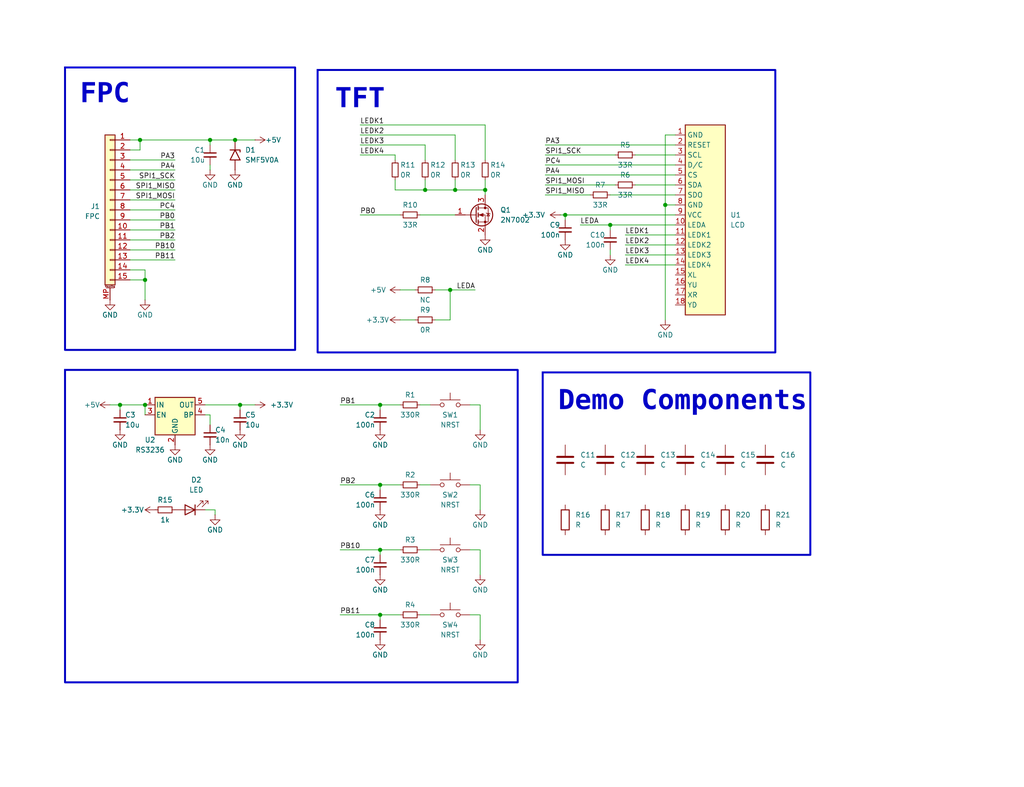
<source format=kicad_sch>
(kicad_sch (version 20231120) (generator "eeschema") (generator_version "8.0")
  (paper "User" 260 200)
  (lib_symbols
    (symbol "AEX7 Others:Display_LCD_TFT_18P_ST7789"
      (property "Reference" "U" (at -0.254 4.064 0))
      (property "Value" "LCD" (at 5.334 4.318 0))
      (symbol "Display_LCD_TFT_18P_ST7789_0_0"
        (pin unspecified line (at 0 0 0) (length 2.54) (name "GND") (number "1"))
        (pin unspecified line (at 0 -22.86 0) (length 2.54) (name "LEDA") (number "10"))
        (pin unspecified line (at 0 -25.4 0) (length 2.54) (name "LEDK1") (number "11"))
        (pin unspecified line (at 0 -27.94 0) (length 2.54) (name "LEDK2") (number "12"))
        (pin unspecified line (at 0 -30.48 0) (length 2.54) (name "LEDK3") (number "13"))
        (pin unspecified line (at 0 -33.02 0) (length 2.54) (name "LEDK4") (number "14"))
        (pin unspecified line (at 0 -35.56 0) (length 2.54) (name "XL") (number "15"))
        (pin unspecified line (at 0 -38.1 0) (length 2.54) (name "YU") (number "16"))
        (pin unspecified line (at 0 -40.64 0) (length 2.54) (name "XR") (number "17"))
        (pin unspecified line (at 0 -43.18 0) (length 2.54) (name "YD") (number "18"))
        (pin unspecified line (at 0 -2.54 0) (length 2.54) (name "RESET") (number "2"))
        (pin unspecified line (at 0 -5.08 0) (length 2.54) (name "SCL") (number "3"))
        (pin unspecified line (at 0 -7.62 0) (length 2.54) (name "D/C") (number "4"))
        (pin unspecified line (at 0 -10.16 0) (length 2.54) (name "CS") (number "5"))
        (pin unspecified line (at 0 -12.7 0) (length 2.54) (name "SDA") (number "6"))
        (pin unspecified line (at 0 -15.24 0) (length 2.54) (name "SDO") (number "7"))
        (pin unspecified line (at 0 -17.78 0) (length 2.54) (name "GND") (number "8"))
        (pin unspecified line (at 0 -20.32 0) (length 2.54) (name "VCC") (number "9"))
      )
      (symbol "Display_LCD_TFT_18P_ST7789_1_1"
        (rectangle (start 2.54 2.54) (end 12.7 -45.72) (stroke (width 0.25)) (fill (type background)))
      )
    )
    (symbol "Connector_Generic_MountingPin:Conn_01x15_MountingPin" (pin_names (offset 1.016) hide)
      (property "Reference" "J" (at 0 20.32 0))
      (property "Value" "Conn_01x15_MountingPin" (at 1.27 -20.32 0))
      (symbol "Conn_01x15_MountingPin_1_1"
        (rectangle (start -1.27 -17.653) (end 0 -17.907) (stroke (width 0.1524)))
        (rectangle (start -1.27 -15.113) (end 0 -15.367) (stroke (width 0.1524)))
        (rectangle (start -1.27 -12.573) (end 0 -12.827) (stroke (width 0.1524)))
        (rectangle (start -1.27 -10.033) (end 0 -10.287) (stroke (width 0.1524)))
        (rectangle (start -1.27 -7.493) (end 0 -7.747) (stroke (width 0.1524)))
        (rectangle (start -1.27 -4.953) (end 0 -5.207) (stroke (width 0.1524)))
        (rectangle (start -1.27 -2.413) (end 0 -2.667) (stroke (width 0.1524)))
        (rectangle (start -1.27 0.127) (end 0 -0.127) (stroke (width 0.1524)))
        (rectangle (start -1.27 2.667) (end 0 2.413) (stroke (width 0.1524)))
        (rectangle (start -1.27 5.207) (end 0 4.953) (stroke (width 0.1524)))
        (rectangle (start -1.27 7.747) (end 0 7.493) (stroke (width 0.1524)))
        (rectangle (start -1.27 10.287) (end 0 10.033) (stroke (width 0.1524)))
        (rectangle (start -1.27 12.827) (end 0 12.573) (stroke (width 0.1524)))
        (rectangle (start -1.27 15.367) (end 0 15.113) (stroke (width 0.1524)))
        (rectangle (start -1.27 17.907) (end 0 17.653) (stroke (width 0.1524)))
        (rectangle (start -1.27 19.05) (end 1.27 -19.05) (stroke (width 0.254)) (fill (type background)))
        (polyline (pts (xy -1.016 -19.812) (xy 1.016 -19.812)) (stroke (width 0.1524)))
        (text "Mounting" (at 0 -19.431 0) (effects (font (size 0.381 0.381))))
        (pin passive line (at -5.08 17.78 0) (length 3.81) (name "Pin_1") (number "1"))
        (pin passive line (at -5.08 -5.08 0) (length 3.81) (name "Pin_10") (number "10"))
        (pin passive line (at -5.08 -7.62 0) (length 3.81) (name "Pin_11") (number "11"))
        (pin passive line (at -5.08 -10.16 0) (length 3.81) (name "Pin_12") (number "12"))
        (pin passive line (at -5.08 -12.7 0) (length 3.81) (name "Pin_13") (number "13"))
        (pin passive line (at -5.08 -15.24 0) (length 3.81) (name "Pin_14") (number "14"))
        (pin passive line (at -5.08 -17.78 0) (length 3.81) (name "Pin_15") (number "15"))
        (pin passive line (at -5.08 15.24 0) (length 3.81) (name "Pin_2") (number "2"))
        (pin passive line (at -5.08 12.7 0) (length 3.81) (name "Pin_3") (number "3"))
        (pin passive line (at -5.08 10.16 0) (length 3.81) (name "Pin_4") (number "4"))
        (pin passive line (at -5.08 7.62 0) (length 3.81) (name "Pin_5") (number "5"))
        (pin passive line (at -5.08 5.08 0) (length 3.81) (name "Pin_6") (number "6"))
        (pin passive line (at -5.08 2.54 0) (length 3.81) (name "Pin_7") (number "7"))
        (pin passive line (at -5.08 0 0) (length 3.81) (name "Pin_8") (number "8"))
        (pin passive line (at -5.08 -2.54 0) (length 3.81) (name "Pin_9") (number "9"))
        (pin passive line (at 0 -22.86 90) (length 3.048) (name "MountPin") (number "MP"))
      )
    )
    (symbol "Device:C" (pin_numbers hide) (pin_names (offset 0.254))
      (property "Reference" "C" (at 0.635 2.54 0))
      (property "Value" "C" (at 0.635 -2.54 0))
      (symbol "C_0_1"
        (polyline (pts (xy -2.032 -0.762) (xy 2.032 -0.762)) (stroke (width 0.508)))
        (polyline (pts (xy -2.032 0.762) (xy 2.032 0.762)) (stroke (width 0.508)))
      )
      (symbol "C_1_1"
        (pin passive line (at 0 3.81 270) (length 2.794) (name "~") (number "1"))
        (pin passive line (at 0 -3.81 90) (length 2.794) (name "~") (number "2"))
      )
    )
    (symbol "Device:C_Small" (pin_numbers hide) (pin_names (offset 0.254) hide)
      (property "Reference" "C" (at 0.254 1.778 0))
      (property "Value" "C_Small" (at 0.254 -2.032 0))
      (symbol "C_Small_0_1"
        (polyline (pts (xy -1.524 -0.508) (xy 1.524 -0.508)) (stroke (width 0.3302)))
        (polyline (pts (xy -1.524 0.508) (xy 1.524 0.508)) (stroke (width 0.3048)))
      )
      (symbol "C_Small_1_1"
        (pin passive line (at 0 2.54 270) (length 2.032) (name "~") (number "1"))
        (pin passive line (at 0 -2.54 90) (length 2.032) (name "~") (number "2"))
      )
    )
    (symbol "Device:LED" (pin_numbers hide) (pin_names (offset 1.016) hide)
      (property "Reference" "D" (at 0 2.54 0))
      (property "Value" "LED" (at 0 -2.54 0))
      (symbol "LED_0_1"
        (polyline (pts (xy -1.27 -1.27) (xy -1.27 1.27)) (stroke (width 0.254)))
        (polyline (pts (xy -1.27 0) (xy 1.27 0)))
        (polyline (pts (xy 1.27 -1.27) (xy 1.27 1.27) (xy -1.27 0) (xy 1.27 -1.27)) (stroke (width 0.254)))
        (polyline (pts (xy -3.048 -0.762) (xy -4.572 -2.286) (xy -3.81 -2.286) (xy -4.572 -2.286) (xy -4.572 -1.524)))
        (polyline (pts (xy -1.778 -0.762) (xy -3.302 -2.286) (xy -2.54 -2.286) (xy -3.302 -2.286) (xy -3.302 -1.524)))
      )
      (symbol "LED_1_1"
        (pin passive line (at -3.81 0 0) (length 2.54) (name "K") (number "1"))
        (pin passive line (at 3.81 0 180) (length 2.54) (name "A") (number "2"))
      )
    )
    (symbol "Device:R" (pin_numbers hide) (pin_names (offset 0))
      (property "Reference" "R" (at 2.032 0 90))
      (property "Value" "R" (at 0 0 90))
      (symbol "R_0_1"
        (rectangle (start -1.016 -2.54) (end 1.016 2.54) (stroke (width 0.254)))
      )
      (symbol "R_1_1"
        (pin passive line (at 0 3.81 270) (length 1.27) (name "~") (number "1"))
        (pin passive line (at 0 -3.81 90) (length 1.27) (name "~") (number "2"))
      )
    )
    (symbol "Device:R_Small" (pin_numbers hide) (pin_names (offset 0.254) hide)
      (property "Reference" "R" (at 0.762 0.508 0))
      (property "Value" "R_Small" (at 0.762 -1.016 0))
      (symbol "R_Small_0_1"
        (rectangle (start -0.762 1.778) (end 0.762 -1.778) (stroke (width 0.2032)))
      )
      (symbol "R_Small_1_1"
        (pin passive line (at 0 2.54 270) (length 0.762) (name "~") (number "1"))
        (pin passive line (at 0 -2.54 90) (length 0.762) (name "~") (number "2"))
      )
    )
    (symbol "Diode:SMF5V0A" (pin_numbers hide) (pin_names (offset 1.016) hide)
      (property "Reference" "D" (at 0 2.54 0))
      (property "Value" "SMF5V0A" (at 0 -2.54 0))
      (symbol "SMF5V0A_0_1"
        (polyline (pts (xy -0.762 1.27) (xy -1.27 1.27) (xy -1.27 -1.27)) (stroke (width 0.254)))
        (polyline (pts (xy 1.27 1.27) (xy 1.27 -1.27) (xy -1.27 0) (xy 1.27 1.27)) (stroke (width 0.254)))
      )
      (symbol "SMF5V0A_1_1"
        (pin passive line (at -3.81 0 0) (length 2.54) (name "A1") (number "1"))
        (pin passive line (at 3.81 0 180) (length 2.54) (name "A2") (number "2"))
      )
    )
    (symbol "Regulator_Linear:LDK130-12_SOT23_SOT353" (pin_names (offset 0.254))
      (property "Reference" "U" (at -3.81 5.715 0))
      (property "Value" "LDK130-12_SOT23_SOT353" (at 0 5.715 0))
      (symbol "LDK130-12_SOT23_SOT353_0_1"
        (rectangle (start -5.08 4.445) (end 5.08 -5.08) (stroke (width 0.254)) (fill (type background)))
      )
      (symbol "LDK130-12_SOT23_SOT353_1_1"
        (pin power_in line (at -7.62 2.54 0) (length 2.54) (name "IN") (number "1"))
        (pin power_in line (at 0 -7.62 90) (length 2.54) (name "GND") (number "2"))
        (pin input line (at -7.62 0 0) (length 2.54) (name "EN") (number "3"))
        (pin passive line (at 7.62 0 180) (length 2.54) (name "BP") (number "4"))
        (pin power_out line (at 7.62 2.54 180) (length 2.54) (name "OUT") (number "5"))
      )
    )
    (symbol "Switch:SW_Push" (pin_numbers hide) (pin_names (offset 1.016) hide)
      (property "Reference" "SW" (at 1.27 2.54 0))
      (property "Value" "SW_Push" (at 0 -1.524 0))
      (symbol "SW_Push_0_1"
        (circle (center -2.032 0) (radius 0.508))
        (polyline (pts (xy 0 1.27) (xy 0 3.048)))
        (polyline (pts (xy 2.54 1.27) (xy -2.54 1.27)))
        (circle (center 2.032 0) (radius 0.508))
        (pin passive line (at -5.08 0 0) (length 2.54) (name "1") (number "1"))
        (pin passive line (at 5.08 0 180) (length 2.54) (name "2") (number "2"))
      )
    )
    (symbol "Transistor_FET:2N7002" (pin_names hide)
      (property "Reference" "Q" (at 5.08 1.905 0))
      (property "Value" "2N7002" (at 5.08 0 0))
      (symbol "2N7002_0_1"
        (polyline (pts (xy 0.254 0) (xy -2.54 0)))
        (polyline (pts (xy 0.254 1.905) (xy 0.254 -1.905)) (stroke (width 0.254)))
        (polyline (pts (xy 0.762 -1.27) (xy 0.762 -2.286)) (stroke (width 0.254)))
        (polyline (pts (xy 0.762 0.508) (xy 0.762 -0.508)) (stroke (width 0.254)))
        (polyline (pts (xy 0.762 2.286) (xy 0.762 1.27)) (stroke (width 0.254)))
        (polyline (pts (xy 2.54 2.54) (xy 2.54 1.778)))
        (polyline (pts (xy 2.54 -2.54) (xy 2.54 0) (xy 0.762 0)))
        (polyline (pts (xy 0.762 -1.778) (xy 3.302 -1.778) (xy 3.302 1.778) (xy 0.762 1.778)))
        (polyline (pts (xy 1.016 0) (xy 2.032 0.381) (xy 2.032 -0.381) (xy 1.016 0)) (fill (type outline)))
        (polyline (pts (xy 2.794 0.508) (xy 2.921 0.381) (xy 3.683 0.381) (xy 3.81 0.254)))
        (polyline (pts (xy 3.302 0.381) (xy 2.921 -0.254) (xy 3.683 -0.254) (xy 3.302 0.381)))
        (circle (center 1.651 0) (radius 2.794) (stroke (width 0.254)))
        (circle (center 2.54 -1.778) (radius 0.254) (fill (type outline)))
        (circle (center 2.54 1.778) (radius 0.254) (fill (type outline)))
      )
      (symbol "2N7002_1_1"
        (pin input line (at -5.08 0 0) (length 2.54) (name "G") (number "1"))
        (pin passive line (at 2.54 -5.08 90) (length 2.54) (name "S") (number "2"))
        (pin passive line (at 2.54 5.08 270) (length 2.54) (name "D") (number "3"))
      )
    )
    (symbol "power:+3.3V" (power) (pin_numbers hide) (pin_names (offset 0) hide)
      (property "Value" "+3.3V" (at 0 3.556 0))
      (symbol "+3.3V_0_1"
        (polyline (pts (xy -0.762 1.27) (xy 0 2.54)))
        (polyline (pts (xy 0 0) (xy 0 2.54)))
        (polyline (pts (xy 0 2.54) (xy 0.762 1.27)))
      )
      (symbol "+3.3V_1_1"
        (pin power_in line (at 0 0 90) (length 0) (name "~") (number "1"))
      )
    )
    (symbol "power:+5V" (power) (pin_numbers hide) (pin_names (offset 0) hide)
      (property "Value" "+5V" (at 0 3.556 0))
      (symbol "+5V_0_1"
        (polyline (pts (xy -0.762 1.27) (xy 0 2.54)))
        (polyline (pts (xy 0 0) (xy 0 2.54)))
        (polyline (pts (xy 0 2.54) (xy 0.762 1.27)))
      )
      (symbol "+5V_1_1"
        (pin power_in line (at 0 0 90) (length 0) (name "~") (number "1"))
      )
    )
    (symbol "power:GND" (power) (pin_numbers hide) (pin_names (offset 0) hide)
      (property "Value" "GND" (at 0 -3.81 0))
      (symbol "GND_0_1"
        (polyline (pts (xy 0 0) (xy 0 -1.27) (xy 1.27 -1.27) (xy 0 -2.54) (xy -1.27 -1.27) (xy 0 -1.27)))
      )
      (symbol "GND_1_1"
        (pin power_in line (at 0 0 270) (length 0) (name "~") (number "1"))
      )
    )
  )
  (junction (at 96.52 123.19))
  (junction (at 96.52 156.21))
  (junction (at 30.48 102.87))
  (junction (at 114.3 73.66))
  (junction (at 123.19 48.26))
  (junction (at 35.56 35.56))
  (junction (at 154.94 57.15))
  (junction (at 96.52 102.87))
  (junction (at 115.57 48.26))
  (junction (at 60.96 102.87))
  (junction (at 36.83 71.12))
  (junction (at 168.91 52.07))
  (junction (at 36.83 102.87))
  (junction (at 53.34 35.56))
  (junction (at 107.95 48.26))
  (junction (at 59.69 35.56))
  (junction (at 143.51 54.61))
  (junction (at 96.52 139.7))
  (wire (pts (xy 96.52 123.19) (xy 96.52 124.46)))
  (wire (pts (xy 171.45 34.29) (xy 168.91 34.29)))
  (wire (pts (xy 119.38 156.21) (xy 121.92 156.21)))
  (wire (pts (xy 158.75 62.23) (xy 171.45 62.23)))
  (wire (pts (xy 106.68 123.19) (xy 109.22 123.19)))
  (wire (pts (xy 53.34 105.41) (xy 53.34 107.95)))
  (wire (pts (xy 96.52 139.7) (xy 101.6 139.7)))
  (wire (pts (xy 44.45 53.34) (xy 33.02 53.34)))
  (wire (pts (xy 60.96 102.87) (xy 64.77 102.87)))
  (wire (pts (xy 44.45 40.64) (xy 33.02 40.64)))
  (wire (pts (xy 44.45 63.5) (xy 33.02 63.5)))
  (wire (pts (xy 91.44 36.83) (xy 107.95 36.83)))
  (wire (pts (xy 123.19 45.72) (xy 123.19 48.26)))
  (wire (pts (xy 142.24 54.61) (xy 143.51 54.61)))
  (wire (pts (xy 53.34 35.56) (xy 35.56 35.56)))
  (wire (pts (xy 36.83 71.12) (xy 33.02 71.12)))
  (wire (pts (xy 33.02 38.1) (xy 35.56 38.1)))
  (wire (pts (xy 60.96 102.87) (xy 60.96 104.14)))
  (wire (pts (xy 30.48 102.87) (xy 36.83 102.87)))
  (wire (pts (xy 121.92 156.21) (xy 121.92 162.56)))
  (wire (pts (xy 119.38 102.87) (xy 121.92 102.87)))
  (wire (pts (xy 143.51 54.61) (xy 143.51 55.88)))
  (wire (pts (xy 100.33 45.72) (xy 100.33 48.26)))
  (wire (pts (xy 158.75 64.77) (xy 171.45 64.77)))
  (wire (pts (xy 121.92 123.19) (xy 121.92 129.54)))
  (wire (pts (xy 27.94 102.87) (xy 30.48 102.87)))
  (wire (pts (xy 168.91 52.07) (xy 168.91 81.28)))
  (wire (pts (xy 147.32 57.15) (xy 154.94 57.15)))
  (wire (pts (xy 121.92 139.7) (xy 121.92 146.05)))
  (wire (pts (xy 158.75 67.31) (xy 171.45 67.31)))
  (wire (pts (xy 143.51 54.61) (xy 171.45 54.61)))
  (wire (pts (xy 91.44 39.37) (xy 100.33 39.37)))
  (wire (pts (xy 36.83 71.12) (xy 36.83 76.2)))
  (wire (pts (xy 44.45 66.04) (xy 33.02 66.04)))
  (wire (pts (xy 96.52 102.87) (xy 101.6 102.87)))
  (wire (pts (xy 86.36 123.19) (xy 96.52 123.19)))
  (wire (pts (xy 138.43 49.53) (xy 149.86 49.53)))
  (wire (pts (xy 154.94 57.15) (xy 154.94 58.42)))
  (wire (pts (xy 106.68 54.61) (xy 115.57 54.61)))
  (wire (pts (xy 33.02 68.58) (xy 36.83 68.58)))
  (wire (pts (xy 44.45 45.72) (xy 33.02 45.72)))
  (wire (pts (xy 52.07 102.87) (xy 60.96 102.87)))
  (wire (pts (xy 114.3 81.28) (xy 114.3 73.66)))
  (wire (pts (xy 44.45 43.18) (xy 33.02 43.18)))
  (wire (pts (xy 86.36 139.7) (xy 96.52 139.7)))
  (wire (pts (xy 96.52 102.87) (xy 96.52 104.14)))
  (wire (pts (xy 96.52 156.21) (xy 101.6 156.21)))
  (wire (pts (xy 35.56 35.56) (xy 33.02 35.56)))
  (wire (pts (xy 107.95 48.26) (xy 115.57 48.26)))
  (wire (pts (xy 121.92 102.87) (xy 121.92 109.22)))
  (wire (pts (xy 161.29 39.37) (xy 171.45 39.37)))
  (wire (pts (xy 96.52 139.7) (xy 96.52 140.97)))
  (wire (pts (xy 91.44 34.29) (xy 115.57 34.29)))
  (wire (pts (xy 138.43 39.37) (xy 156.21 39.37)))
  (wire (pts (xy 35.56 38.1) (xy 35.56 35.56)))
  (wire (pts (xy 119.38 123.19) (xy 121.92 123.19)))
  (wire (pts (xy 106.68 102.87) (xy 109.22 102.87)))
  (wire (pts (xy 101.6 81.28) (xy 105.41 81.28)))
  (wire (pts (xy 123.19 31.75) (xy 123.19 40.64)))
  (wire (pts (xy 91.44 54.61) (xy 101.6 54.61)))
  (wire (pts (xy 114.3 73.66) (xy 120.65 73.66)))
  (wire (pts (xy 138.43 41.91) (xy 171.45 41.91)))
  (wire (pts (xy 107.95 45.72) (xy 107.95 48.26)))
  (wire (pts (xy 119.38 139.7) (xy 121.92 139.7)))
  (wire (pts (xy 106.68 139.7) (xy 109.22 139.7)))
  (wire (pts (xy 44.45 50.8) (xy 33.02 50.8)))
  (wire (pts (xy 86.36 156.21) (xy 96.52 156.21)))
  (wire (pts (xy 53.34 35.56) (xy 53.34 36.83)))
  (wire (pts (xy 138.43 44.45) (xy 171.45 44.45)))
  (wire (pts (xy 52.07 105.41) (xy 53.34 105.41)))
  (wire (pts (xy 123.19 48.26) (xy 123.19 49.53)))
  (wire (pts (xy 91.44 31.75) (xy 123.19 31.75)))
  (wire (pts (xy 110.49 81.28) (xy 114.3 81.28)))
  (wire (pts (xy 154.94 64.77) (xy 154.94 63.5)))
  (wire (pts (xy 115.57 34.29) (xy 115.57 40.64)))
  (wire (pts (xy 154.94 57.15) (xy 171.45 57.15)))
  (wire (pts (xy 53.34 43.18) (xy 53.34 41.91)))
  (wire (pts (xy 96.52 156.21) (xy 96.52 157.48)))
  (wire (pts (xy 154.94 49.53) (xy 171.45 49.53)))
  (wire (pts (xy 158.75 59.69) (xy 171.45 59.69)))
  (wire (pts (xy 44.45 48.26) (xy 33.02 48.26)))
  (wire (pts (xy 44.45 58.42) (xy 33.02 58.42)))
  (wire (pts (xy 86.36 102.87) (xy 96.52 102.87)))
  (wire (pts (xy 44.45 60.96) (xy 33.02 60.96)))
  (wire (pts (xy 36.83 68.58) (xy 36.83 71.12)))
  (wire (pts (xy 110.49 73.66) (xy 114.3 73.66)))
  (wire (pts (xy 52.07 129.54) (xy 54.61 129.54)))
  (wire (pts (xy 100.33 48.26) (xy 107.95 48.26)))
  (wire (pts (xy 54.61 129.54) (xy 54.61 130.81)))
  (wire (pts (xy 36.83 102.87) (xy 36.83 105.41)))
  (wire (pts (xy 101.6 73.66) (xy 105.41 73.66)))
  (wire (pts (xy 107.95 36.83) (xy 107.95 40.64)))
  (wire (pts (xy 161.29 46.99) (xy 171.45 46.99)))
  (wire (pts (xy 138.43 46.99) (xy 156.21 46.99)))
  (wire (pts (xy 115.57 48.26) (xy 123.19 48.26)))
  (wire (pts (xy 59.69 35.56) (xy 53.34 35.56)))
  (wire (pts (xy 96.52 123.19) (xy 101.6 123.19)))
  (wire (pts (xy 100.33 39.37) (xy 100.33 40.64)))
  (wire (pts (xy 30.48 104.14) (xy 30.48 102.87)))
  (wire (pts (xy 171.45 52.07) (xy 168.91 52.07)))
  (wire (pts (xy 106.68 156.21) (xy 109.22 156.21)))
  (wire (pts (xy 64.77 35.56) (xy 59.69 35.56)))
  (wire (pts (xy 44.45 55.88) (xy 33.02 55.88)))
  (wire (pts (xy 115.57 45.72) (xy 115.57 48.26)))
  (wire (pts (xy 168.91 34.29) (xy 168.91 52.07)))
  (wire (pts (xy 138.43 36.83) (xy 171.45 36.83)))
  (rectangle (start 80.645 17.78) (end 196.85 89.535) (stroke (width 0.5)))
  (rectangle (start 137.795 94.615) (end 205.74 140.97) (stroke (width 0.5)))
  (rectangle (start 16.51 93.98) (end 131.445 173.355) (stroke (width 0.5)))
  (rectangle (start 16.51 17.145) (end 74.93 88.9) (stroke (width 0.5)))
  (text "TFT" (at 85.09 26.67 0) (effects (font (size 5 5) (thickness 0.6) (bold yes)) (justify left)))
  (text "Demo Components" (at 141.732 103.378 0) (effects (font (size 5 5) (thickness 0.6) (bold yes)) (justify left)))
  (text "FPC" (at 20.32 25.4 0) (effects (font (size 5 5) (thickness 0.6) (bold yes)) (justify left)))
  (label "PB10" (at 86.36 139.7 0))
  (label "PA4" (at 138.43 44.45 0))
  (label "LEDK3" (at 158.75 64.77 0))
  (label "LEDK4" (at 91.44 39.37 0))
  (label "LEDA" (at 120.65 73.66 180))
  (label "SPI1_MOSI" (at 138.43 46.99 0))
  (label "PC4" (at 44.45 53.34 180))
  (label "PC4" (at 138.43 41.91 0))
  (label "PA3" (at 44.45 40.64 180))
  (label "PB0" (at 91.44 54.61 0))
  (label "SPI1_MISO" (at 138.43 49.53 0))
  (label "PB1" (at 86.36 102.87 0))
  (label "SPI1_SCK" (at 138.43 39.37 0))
  (label "LEDK2" (at 158.75 62.23 0))
  (label "PB11" (at 44.45 66.04 180))
  (label "SPI1_SCK" (at 44.45 45.72 180))
  (label "SPI1_MOSI" (at 44.45 50.8 180))
  (label "PA4" (at 44.45 43.18 180))
  (label "LEDK1" (at 91.44 31.75 0))
  (label "PB2" (at 86.36 123.19 0))
  (label "PB11" (at 86.36 156.21 0))
  (label "LEDA" (at 147.32 57.15 0))
  (label "LEDK1" (at 158.75 59.69 0))
  (label "PA3" (at 138.43 36.83 0))
  (label "PB2" (at 44.45 60.96 180))
  (label "LEDK2" (at 91.44 34.29 0))
  (label "SPI1_MISO" (at 44.45 48.26 180))
  (label "PB0" (at 44.45 55.88 180))
  (label "LEDK3" (at 91.44 36.83 0))
  (label "PB1" (at 44.45 58.42 180))
  (label "LEDK4" (at 158.75 67.31 0))
  (label "PB10" (at 44.45 63.5 180))
  (symbol (lib_id "Device:R") (at 194.31 132.08 0) (unit 1)
    (property "Reference" "R21" (at 196.85 130.8099 0) (effects (justify left)))
    (property "Value" "R" (at 196.85 133.3499 0) (effects (justify left)))
    (property "Footprint" "Resistor_SMD:R_0805_2012Metric" (effects (hide yes)))
    (property "Description" "Resistor" (effects (hide yes)))
  )
  (symbol (lib_id "power:GND") (at 36.83 76.2 0) (mirror y) (unit 1)
    (property "Reference" "#PWR03" (effects (hide yes)))
    (property "Value" "GND" (at 36.83 80.01 0))
  )
  (symbol (lib_id "Device:R_Small") (at 104.14 123.19 90) (mirror x) (unit 1)
    (property "Reference" "R2" (at 104.14 120.65 90))
    (property "Value" "330R" (at 104.14 125.73 90))
    (property "Footprint" "Resistor_SMD:R_0603_1608Metric" (effects (hide yes)))
  )
  (symbol (lib_id "Device:C") (at 163.83 116.84 0) (unit 1)
    (property "Reference" "C13" (at 167.64 115.5699 0) (effects (justify left)))
    (property "Value" "C" (at 167.64 118.1099 0) (effects (justify left)))
    (property "Footprint" "Capacitor_SMD:C_0805_2012Metric" (effects (hide yes)))
    (property "Description" "Unpolarized capacitor" (effects (hide yes)))
  )
  (symbol (lib_id "power:GND") (at 30.48 109.22 0) (unit 1)
    (property "Reference" "#PWR08" (effects (hide yes)))
    (property "Value" "GND" (at 30.48 113.03 0))
  )
  (symbol (lib_id "Device:C") (at 153.67 116.84 0) (unit 1)
    (property "Reference" "C12" (at 157.48 115.5699 0) (effects (justify left)))
    (property "Value" "C" (at 157.48 118.1099 0) (effects (justify left)))
    (property "Footprint" "Capacitor_SMD:C_0805_2012Metric" (effects (hide yes)))
    (property "Description" "Unpolarized capacitor" (effects (hide yes)))
  )
  (symbol (lib_id "Device:R") (at 163.83 132.08 0) (unit 1)
    (property "Reference" "R18" (at 166.37 130.8099 0) (effects (justify left)))
    (property "Value" "R" (at 166.37 133.3499 0) (effects (justify left)))
    (property "Footprint" "Resistor_SMD:R_0805_2012Metric" (effects (hide yes)))
    (property "Description" "Resistor" (effects (hide yes)))
  )
  (symbol (lib_id "Device:R_Small") (at 104.14 156.21 90) (mirror x) (unit 1)
    (property "Reference" "R4" (at 104.14 153.67 90))
    (property "Value" "330R" (at 104.14 158.75 90))
    (property "Footprint" "Resistor_SMD:R_0603_1608Metric" (effects (hide yes)))
  )
  (symbol (lib_id "power:GND") (at 121.92 162.56 0) (unit 1)
    (property "Reference" "#PWR020" (effects (hide yes)))
    (property "Value" "GND" (at 121.92 166.37 0))
  )
  (symbol (lib_id "Device:R_Small") (at 104.14 54.61 90) (mirror x) (unit 1)
    (property "Reference" "R10" (at 104.14 52.07 90))
    (property "Value" "33R" (at 104.14 57.15 90))
    (property "Footprint" "Resistor_SMD:R_0603_1608Metric" (effects (hide yes)))
  )
  (symbol (lib_id "Device:R_Small") (at 152.4 49.53 90) (mirror x) (unit 1)
    (property "Reference" "R7" (at 152.4 46.99 90))
    (property "Value" "33R" (at 152.4 52.07 90))
    (property "Footprint" "Resistor_SMD:R_0603_1608Metric" (effects (hide yes)))
  )
  (symbol (lib_id "AEX7 Others:Display_LCD_TFT_18P_ST7789") (at 171.45 34.29 0) (unit 1)
    (property "Reference" "U1" (at 185.42 54.6099 0) (effects (justify left)))
    (property "Value" "LCD" (at 185.42 57.1499 0) (effects (justify left)))
    (property "Footprint" "AEX7 Others:Display_LCD_TFT_ST7789" (effects (hide yes)))
  )
  (symbol (lib_id "power:+3.3V") (at 142.24 54.61 90) (unit 1)
    (property "Reference" "#PWR021" (effects (hide yes)))
    (property "Value" "+3.3V" (at 138.43 54.6099 90) (effects (justify left)))
    (property "Description" "Power symbol creates a global label with name \"+3.3V\"" (effects (hide yes)))
  )
  (symbol (lib_id "Device:R_Small") (at 158.75 39.37 90) (mirror x) (unit 1)
    (property "Reference" "R5" (at 158.75 36.83 90))
    (property "Value" "33R" (at 158.75 41.91 90))
    (property "Footprint" "Resistor_SMD:R_0603_1608Metric" (effects (hide yes)))
  )
  (symbol (lib_id "Connector_Generic_MountingPin:Conn_01x15_MountingPin") (at 27.94 53.34 0) (mirror y) (unit 1)
    (property "Reference" "J1" (at 25.4 52.4255 0) (effects (justify left)))
    (property "Value" "FPC" (at 25.4 54.9655 0) (effects (justify left)))
    (property "Footprint" "Connector_FFC-FPC:TE_1-84952-5_1x15-1MP_P1.0mm_Horizontal" (effects (hide yes)))
    (property "Description" "Generic connectable mounting pin connector, single row, 01x15, script generated (kicad-library-utils/schlib/autogen/connector/)" (effects (hide yes)))
  )
  (symbol (lib_id "Device:C_Small") (at 96.52 127 0) (mirror y) (unit 1)
    (property "Reference" "C6" (at 95.25 125.73 0) (effects (justify left)))
    (property "Value" "100n" (at 95.25 128.27 0) (effects (justify left)))
    (property "Footprint" "Capacitor_SMD:C_0603_1608Metric" (effects (hide yes)))
  )
  (symbol (lib_id "power:+3.3V") (at 64.77 102.87 270) (unit 1)
    (property "Reference" "#PWR014" (effects (hide yes)))
    (property "Value" "+3.3V" (at 68.58 102.8699 90) (effects (justify left)))
    (property "Description" "Power symbol creates a global label with name \"+3.3V\"" (effects (hide yes)))
  )
  (symbol (lib_id "Device:R_Small") (at 100.33 43.18 0) (mirror x) (unit 1)
    (property "Reference" "R11" (at 101.6 41.91 0) (effects (justify left)))
    (property "Value" "0R" (at 101.6 44.45 0) (effects (justify left)))
    (property "Footprint" "Resistor_SMD:R_0603_1608Metric" (effects (hide yes)))
  )
  (symbol (lib_id "power:GND") (at 123.19 59.69 0) (unit 1)
    (property "Reference" "#PWR025" (effects (hide yes)))
    (property "Value" "GND" (at 123.19 63.5 0))
  )
  (symbol (lib_id "Device:C") (at 184.15 116.84 0) (unit 1)
    (property "Reference" "C15" (at 187.96 115.5699 0) (effects (justify left)))
    (property "Value" "C" (at 187.96 118.1099 0) (effects (justify left)))
    (property "Footprint" "Capacitor_SMD:C_0805_2012Metric" (effects (hide yes)))
    (property "Description" "Unpolarized capacitor" (effects (hide yes)))
  )
  (symbol (lib_id "Device:R_Small") (at 41.91 129.54 90) (mirror x) (unit 1)
    (property "Reference" "R15" (at 41.91 127 90))
    (property "Value" "1k" (at 41.91 132.08 90))
    (property "Footprint" "Resistor_SMD:R_0603_1608Metric" (effects (hide yes)))
  )
  (symbol (lib_id "Device:C_Small") (at 154.94 60.96 0) (mirror y) (unit 1)
    (property "Reference" "C10" (at 153.67 59.69 0) (effects (justify left)))
    (property "Value" "100n" (at 153.67 62.23 0) (effects (justify left)))
    (property "Footprint" "Capacitor_SMD:C_0603_1608Metric" (effects (hide yes)))
  )
  (symbol (lib_id "Switch:SW_Push") (at 114.3 139.7 0) (unit 1)
    (property "Reference" "SW3" (at 114.3 142.24 0))
    (property "Value" "NRST" (at 114.3 144.78 0))
    (property "Footprint" "Button_Switch_SMD:SW_SPST_PTS810" (effects (hide yes)))
  )
  (symbol (lib_id "Device:R_Small") (at 104.14 102.87 90) (mirror x) (unit 1)
    (property "Reference" "R1" (at 104.14 100.33 90))
    (property "Value" "330R" (at 104.14 105.41 90))
    (property "Footprint" "Resistor_SMD:R_0603_1608Metric" (effects (hide yes)))
  )
  (symbol (lib_id "Device:R_Small") (at 107.95 81.28 90) (mirror x) (unit 1)
    (property "Reference" "R9" (at 107.95 78.74 90))
    (property "Value" "0R" (at 107.95 83.82 90))
    (property "Footprint" "Resistor_SMD:R_0603_1608Metric" (effects (hide yes)))
  )
  (symbol (lib_id "power:+5V") (at 101.6 73.66 90) (mirror x) (unit 1)
    (property "Reference" "#PWR023" (effects (hide yes)))
    (property "Value" "+5V" (at 98.044 73.66 90) (effects (justify left)))
  )
  (symbol (lib_id "Device:R") (at 153.67 132.08 0) (unit 1)
    (property "Reference" "R17" (at 156.21 130.8099 0) (effects (justify left)))
    (property "Value" "R" (at 156.21 133.3499 0) (effects (justify left)))
    (property "Footprint" "Resistor_SMD:R_0805_2012Metric" (effects (hide yes)))
    (property "Description" "Resistor" (effects (hide yes)))
  )
  (symbol (lib_id "Switch:SW_Push") (at 114.3 123.19 0) (unit 1)
    (property "Reference" "SW2" (at 114.3 125.73 0))
    (property "Value" "NRST" (at 114.3 128.27 0))
    (property "Footprint" "Button_Switch_SMD:SW_SPST_PTS810" (effects (hide yes)))
  )
  (symbol (lib_id "Device:R_Small") (at 123.19 43.18 0) (mirror x) (unit 1)
    (property "Reference" "R14" (at 124.46 41.91 0) (effects (justify left)))
    (property "Value" "0R" (at 124.46 44.45 0) (effects (justify left)))
    (property "Footprint" "Resistor_SMD:R_0603_1608Metric" (effects (hide yes)))
  )
  (symbol (lib_id "power:GND") (at 121.92 129.54 0) (unit 1)
    (property "Reference" "#PWR016" (effects (hide yes)))
    (property "Value" "GND" (at 121.92 133.35 0))
  )
  (symbol (lib_id "power:GND") (at 59.69 43.18 0) (mirror y) (unit 1)
    (property "Reference" "#PWR012" (effects (hide yes)))
    (property "Value" "GND" (at 59.69 46.99 0))
  )
  (symbol (lib_id "Device:C_Small") (at 60.96 106.68 0) (unit 1)
    (property "Reference" "C5" (at 62.23 105.41 0) (effects (justify left)))
    (property "Value" "10u" (at 62.23 107.95 0) (effects (justify left)))
    (property "Footprint" "Capacitor_SMD:C_0603_1608Metric" (effects (hide yes)))
  )
  (symbol (lib_id "Device:R_Small") (at 104.14 139.7 90) (mirror x) (unit 1)
    (property "Reference" "R3" (at 104.14 137.16 90))
    (property "Value" "330R" (at 104.14 142.24 90))
    (property "Footprint" "Resistor_SMD:R_0603_1608Metric" (effects (hide yes)))
  )
  (symbol (lib_id "Switch:SW_Push") (at 114.3 156.21 0) (unit 1)
    (property "Reference" "SW4" (at 114.3 158.75 0))
    (property "Value" "NRST" (at 114.3 161.29 0))
    (property "Footprint" "Button_Switch_SMD:SW_SPST_PTS810" (effects (hide yes)))
  )
  (symbol (lib_id "Device:R") (at 143.51 132.08 0) (unit 1)
    (property "Reference" "R16" (at 146.05 130.8099 0) (effects (justify left)))
    (property "Value" "R" (at 146.05 133.3499 0) (effects (justify left)))
    (property "Footprint" "Resistor_SMD:R_0805_2012Metric" (effects (hide yes)))
    (property "Description" "Resistor" (effects (hide yes)))
  )
  (symbol (lib_id "Device:C") (at 143.51 116.84 0) (unit 1)
    (property "Reference" "C11" (at 147.32 115.5699 0) (effects (justify left)))
    (property "Value" "C" (at 147.32 118.1099 0) (effects (justify left)))
    (property "Footprint" "Capacitor_SMD:C_0805_2012Metric" (effects (hide yes)))
    (property "Description" "Unpolarized capacitor" (effects (hide yes)))
  )
  (symbol (lib_id "power:+3.3V") (at 39.37 129.54 90) (unit 1)
    (property "Reference" "#PWR027" (effects (hide yes)))
    (property "Value" "+3.3V" (at 36.576 129.54 90) (effects (justify left)))
    (property "Description" "Power symbol creates a global label with name \"+3.3V\"" (effects (hide yes)))
  )
  (symbol (lib_id "Device:C_Small") (at 96.52 143.51 0) (mirror y) (unit 1)
    (property "Reference" "C7" (at 95.25 142.24 0) (effects (justify left)))
    (property "Value" "100n" (at 95.25 144.78 0) (effects (justify left)))
    (property "Footprint" "Capacitor_SMD:C_0603_1608Metric" (effects (hide yes)))
  )
  (symbol (lib_id "power:GND") (at 121.92 109.22 0) (unit 1)
    (property "Reference" "#PWR06" (effects (hide yes)))
    (property "Value" "GND" (at 121.92 113.03 0))
  )
  (symbol (lib_id "Regulator_Linear:LDK130-12_SOT23_SOT353") (at 44.45 105.41 0) (unit 1)
    (property "Reference" "U2" (at 38.1 111.76 0))
    (property "Value" "RS3236" (at 38.1 114.3 0))
    (property "Footprint" "Package_TO_SOT_SMD:SOT-23-5" (effects (hide yes)))
    (property "Datasheet" "http://www.st.com/content/ccc/resource/technical/document/datasheet/29/10/f7/87/2f/66/47/f4/DM00076097.pdf/files/DM00076097.pdf/jcr:content/translations/en.DM00076097.pdf" (effects (hide yes)))
  )
  (symbol (lib_id "Diode:SMF5V0A") (at 59.69 39.37 270) (unit 1)
    (property "Reference" "D1" (at 62.23 38.0999 90) (effects (justify left)))
    (property "Value" "SMF5V0A" (at 62.23 40.6399 90) (effects (justify left)))
    (property "Footprint" "Diode_SMD:D_SMF" (effects (hide yes)))
    (property "Datasheet" "https://www.vishay.com/doc?85881" (effects (hide yes)))
    (property "Description" "200W unidirectional Transil Transient Voltage Suppressor, 5Vrwm, SMF" (effects (hide yes)))
  )
  (symbol (lib_id "Device:C_Small") (at 96.52 160.02 0) (mirror y) (unit 1)
    (property "Reference" "C8" (at 95.25 158.75 0) (effects (justify left)))
    (property "Value" "100n" (at 95.25 161.29 0) (effects (justify left)))
    (property "Footprint" "Capacitor_SMD:C_0603_1608Metric" (effects (hide yes)))
  )
  (symbol (lib_id "power:+5V") (at 27.94 102.87 90) (mirror x) (unit 1)
    (property "Reference" "#PWR013" (effects (hide yes)))
    (property "Value" "+5V" (at 25.4 102.87 90) (effects (justify left)))
  )
  (symbol (lib_id "power:GND") (at 121.92 146.05 0) (unit 1)
    (property "Reference" "#PWR018" (effects (hide yes)))
    (property "Value" "GND" (at 121.92 149.86 0))
  )
  (symbol (lib_id "Device:C") (at 173.99 116.84 0) (unit 1)
    (property "Reference" "C14" (at 177.8 115.5699 0) (effects (justify left)))
    (property "Value" "C" (at 177.8 118.1099 0) (effects (justify left)))
    (property "Footprint" "Capacitor_SMD:C_0805_2012Metric" (effects (hide yes)))
    (property "Description" "Unpolarized capacitor" (effects (hide yes)))
  )
  (symbol (lib_id "power:GND") (at 168.91 81.28 0) (unit 1)
    (property "Reference" "#PWR07" (effects (hide yes)))
    (property "Value" "GND" (at 168.91 85.09 0))
  )
  (symbol (lib_id "power:GND") (at 27.94 76.2 0) (mirror y) (unit 1)
    (property "Reference" "#PWR04" (effects (hide yes)))
    (property "Value" "GND" (at 27.94 80.01 0))
  )
  (symbol (lib_id "power:GND") (at 96.52 109.22 0) (unit 1)
    (property "Reference" "#PWR05" (effects (hide yes)))
    (property "Value" "GND" (at 96.52 113.03 0))
  )
  (symbol (lib_id "power:GND") (at 143.51 60.96 0) (mirror y) (unit 1)
    (property "Reference" "#PWR022" (effects (hide yes)))
    (property "Value" "GND" (at 143.51 64.77 0))
  )
  (symbol (lib_id "power:GND") (at 44.45 113.03 0) (unit 1)
    (property "Reference" "#PWR09" (effects (hide yes)))
    (property "Value" "GND" (at 44.45 116.84 0))
  )
  (symbol (lib_id "power:+3.3V") (at 101.6 81.28 90) (unit 1)
    (property "Reference" "#PWR026" (effects (hide yes)))
    (property "Value" "+3.3V" (at 98.806 81.28 90) (effects (justify left)))
    (property "Description" "Power symbol creates a global label with name \"+3.3V\"" (effects (hide yes)))
  )
  (symbol (lib_id "Switch:SW_Push") (at 114.3 102.87 0) (unit 1)
    (property "Reference" "SW1" (at 114.3 105.41 0))
    (property "Value" "NRST" (at 114.3 107.95 0))
    (property "Footprint" "Button_Switch_SMD:SW_SPST_PTS810" (effects (hide yes)))
  )
  (symbol (lib_id "Device:R_Small") (at 115.57 43.18 0) (mirror x) (unit 1)
    (property "Reference" "R13" (at 116.84 41.91 0) (effects (justify left)))
    (property "Value" "0R" (at 116.84 44.45 0) (effects (justify left)))
    (property "Footprint" "Resistor_SMD:R_0603_1608Metric" (effects (hide yes)))
  )
  (symbol (lib_id "power:GND") (at 60.96 109.22 0) (unit 1)
    (property "Reference" "#PWR011" (effects (hide yes)))
    (property "Value" "GND" (at 60.96 113.03 0))
  )
  (symbol (lib_id "Transistor_FET:2N7002") (at 120.65 54.61 0) (unit 1)
    (property "Reference" "Q1" (at 127 53.3399 0) (effects (justify left)))
    (property "Value" "2N7002" (at 127 55.8799 0) (effects (justify left)))
    (property "Footprint" "Package_TO_SOT_SMD:SOT-23" (effects (hide yes)))
    (property "Datasheet" "https://www.onsemi.com/pub/Collateral/NDS7002A-D.PDF" (effects (hide yes)))
    (property "Description" "0.115A Id, 60V Vds, N-Channel MOSFET, SOT-23" (effects (hide yes)))
  )
  (symbol (lib_id "power:+5V") (at 64.77 35.56 270) (mirror x) (unit 1)
    (property "Reference" "#PWR01" (effects (hide yes)))
    (property "Value" "+5V" (at 67.31 35.56 90) (effects (justify left)))
  )
  (symbol (lib_id "Device:C") (at 194.31 116.84 0) (unit 1)
    (property "Reference" "C16" (at 198.12 115.5699 0) (effects (justify left)))
    (property "Value" "C" (at 198.12 118.1099 0) (effects (justify left)))
    (property "Footprint" "Capacitor_SMD:C_0805_2012Metric" (effects (hide yes)))
    (property "Description" "Unpolarized capacitor" (effects (hide yes)))
  )
  (symbol (lib_id "Device:C_Small") (at 30.48 106.68 0) (unit 1)
    (property "Reference" "C3" (at 31.75 105.41 0) (effects (justify left)))
    (property "Value" "10u" (at 31.75 107.95 0) (effects (justify left)))
    (property "Footprint" "Capacitor_SMD:C_0603_1608Metric" (effects (hide yes)))
  )
  (symbol (lib_id "Device:C_Small") (at 143.51 58.42 0) (mirror y) (unit 1)
    (property "Reference" "C9" (at 142.24 57.15 0) (effects (justify left)))
    (property "Value" "100n" (at 142.24 59.69 0) (effects (justify left)))
    (property "Footprint" "Capacitor_SMD:C_0603_1608Metric" (effects (hide yes)))
  )
  (symbol (lib_id "Device:R") (at 173.99 132.08 0) (unit 1)
    (property "Reference" "R19" (at 176.53 130.8099 0) (effects (justify left)))
    (property "Value" "R" (at 176.53 133.3499 0) (effects (justify left)))
    (property "Footprint" "Resistor_SMD:R_0805_2012Metric" (effects (hide yes)))
    (property "Description" "Resistor" (effects (hide yes)))
  )
  (symbol (lib_id "Device:R") (at 184.15 132.08 0) (unit 1)
    (property "Reference" "R20" (at 186.69 130.8099 0) (effects (justify left)))
    (property "Value" "R" (at 186.69 133.3499 0) (effects (justify left)))
    (property "Footprint" "Resistor_SMD:R_0805_2012Metric" (effects (hide yes)))
    (property "Description" "Resistor" (effects (hide yes)))
  )
  (symbol (lib_id "Device:LED") (at 48.26 129.54 180) (unit 1)
    (property "Reference" "D2" (at 49.8475 121.92 0))
    (property "Value" "LED" (at 49.8475 124.46 0))
    (property "Footprint" "LED_SMD:LED_0603_1608Metric" (effects (hide yes)))
    (property "Description" "Light emitting diode" (effects (hide yes)))
  )
  (symbol (lib_id "power:GND") (at 154.94 64.77 0) (mirror y) (unit 1)
    (property "Reference" "#PWR024" (effects (hide yes)))
    (property "Value" "GND" (at 154.94 68.58 0))
  )
  (symbol (lib_id "Device:R_Small") (at 107.95 73.66 90) (mirror x) (unit 1)
    (property "Reference" "R8" (at 107.95 71.12 90))
    (property "Value" "NC" (at 107.95 76.2 90))
    (property "Footprint" "Resistor_SMD:R_0603_1608Metric" (effects (hide yes)))
  )
  (symbol (lib_id "Device:C_Small") (at 53.34 39.37 0) (mirror y) (unit 1)
    (property "Reference" "C1" (at 52.07 38.1 0) (effects (justify left)))
    (property "Value" "10u" (at 52.07 40.64 0) (effects (justify left)))
    (property "Footprint" "Capacitor_SMD:C_0603_1608Metric" (effects (hide yes)))
  )
  (symbol (lib_id "power:GND") (at 53.34 113.03 0) (unit 1)
    (property "Reference" "#PWR010" (effects (hide yes)))
    (property "Value" "GND" (at 53.34 116.84 0))
  )
  (symbol (lib_id "power:GND") (at 96.52 129.54 0) (unit 1)
    (property "Reference" "#PWR015" (effects (hide yes)))
    (property "Value" "GND" (at 96.52 133.35 0))
  )
  (symbol (lib_id "Device:R_Small") (at 158.75 46.99 90) (mirror x) (unit 1)
    (property "Reference" "R6" (at 158.75 44.45 90))
    (property "Value" "33R" (at 158.75 49.53 90))
    (property "Footprint" "Resistor_SMD:R_0603_1608Metric" (effects (hide yes)))
  )
  (symbol (lib_id "power:GND") (at 96.52 146.05 0) (unit 1)
    (property "Reference" "#PWR017" (effects (hide yes)))
    (property "Value" "GND" (at 96.52 149.86 0))
  )
  (symbol (lib_id "power:GND") (at 54.61 130.81 0) (unit 1)
    (property "Reference" "#PWR028" (effects (hide yes)))
    (property "Value" "GND" (at 54.61 134.62 0))
  )
  (symbol (lib_id "power:GND") (at 53.34 43.18 0) (mirror y) (unit 1)
    (property "Reference" "#PWR02" (effects (hide yes)))
    (property "Value" "GND" (at 53.34 46.99 0))
  )
  (symbol (lib_id "power:GND") (at 96.52 162.56 0) (unit 1)
    (property "Reference" "#PWR019" (effects (hide yes)))
    (property "Value" "GND" (at 96.52 166.37 0))
  )
  (symbol (lib_id "Device:C_Small") (at 96.52 106.68 0) (mirror y) (unit 1)
    (property "Reference" "C2" (at 95.25 105.41 0) (effects (justify left)))
    (property "Value" "100n" (at 95.25 107.95 0) (effects (justify left)))
    (property "Footprint" "Capacitor_SMD:C_0603_1608Metric" (effects (hide yes)))
  )
  (symbol (lib_id "Device:C_Small") (at 53.34 110.49 0) (unit 1)
    (property "Reference" "C4" (at 54.61 109.22 0) (effects (justify left)))
    (property "Value" "10n" (at 54.61 111.76 0) (effects (justify left)))
    (property "Footprint" "Capacitor_SMD:C_0603_1608Metric" (effects (hide yes)))
  )
  (symbol (lib_id "Device:R_Small") (at 107.95 43.18 0) (mirror x) (unit 1)
    (property "Reference" "R12" (at 109.22 41.91 0) (effects (justify left)))
    (property "Value" "0R" (at 109.22 44.45 0) (effects (justify left)))
    (property "Footprint" "Resistor_SMD:R_0603_1608Metric" (effects (hide yes)))
  )
)
</source>
